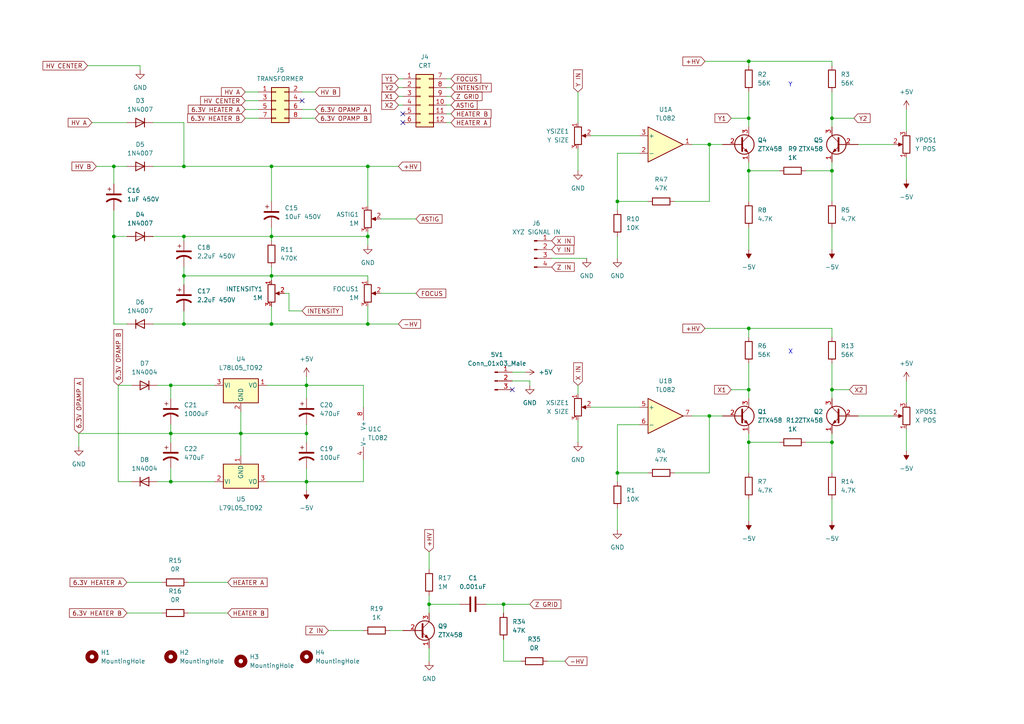
<source format=kicad_sch>
(kicad_sch (version 20211123) (generator eeschema)
  (paper "A4")
  (lib_symbols
    (symbol "Amplifier_Operational:TL082" (pin_names (offset 0.127))
      (property "Reference" "U" (at 0 5.08 0))
      (property "Value" "TL082" (at 0 -5.08 0))
      (symbol "TL082_1_1"
        (polyline (pts (xy -5.08 5.08) (xy 5.08 0) (xy -5.08 -5.08) (xy -5.08 5.08)) (stroke (width 0.254)) (fill (type background)))
        (pin output line (at 7.62 0 180) (length 2.54) (name "~") (number "1"))
        (pin input line (at -7.62 -2.54 0) (length 2.54) (name "-") (number "2"))
        (pin input line (at -7.62 2.54 0) (length 2.54) (name "+") (number "3"))
      )
      (symbol "TL082_2_1"
        (polyline (pts (xy -5.08 5.08) (xy 5.08 0) (xy -5.08 -5.08) (xy -5.08 5.08)) (stroke (width 0.254)) (fill (type background)))
        (pin input line (at -7.62 2.54 0) (length 2.54) (name "+") (number "5"))
        (pin input line (at -7.62 -2.54 0) (length 2.54) (name "-") (number "6"))
        (pin output line (at 7.62 0 180) (length 2.54) (name "~") (number "7"))
      )
      (symbol "TL082_3_1"
        (pin power_in line (at -2.54 -7.62 90) (length 3.81) (name "V-") (number "4"))
        (pin power_in line (at -2.54 7.62 270) (length 3.81) (name "V+") (number "8"))
      )
    )
    (symbol "Connector:Conn_01x03_Male" (pin_names (offset 1.016) hide)
      (property "Reference" "J" (at 0 5.08 0))
      (property "Value" "Conn_01x03_Male" (at 0 -5.08 0))
      (symbol "Conn_01x03_Male_1_1"
        (polyline (pts (xy 1.27 -2.54) (xy 0.8636 -2.54)) (stroke (width 0.1524)))
        (polyline (pts (xy 1.27 0) (xy 0.8636 0)) (stroke (width 0.1524)))
        (polyline (pts (xy 1.27 2.54) (xy 0.8636 2.54)) (stroke (width 0.1524)))
        (rectangle (start 0.8636 -2.413) (end 0 -2.667) (stroke (width 0.1524)) (fill (type outline)))
        (rectangle (start 0.8636 0.127) (end 0 -0.127) (stroke (width 0.1524)) (fill (type outline)))
        (rectangle (start 0.8636 2.667) (end 0 2.413) (stroke (width 0.1524)) (fill (type outline)))
        (pin passive line (at 5.08 2.54 180) (length 3.81) (name "Pin_1") (number "1"))
        (pin passive line (at 5.08 0 180) (length 3.81) (name "Pin_2") (number "2"))
        (pin passive line (at 5.08 -2.54 180) (length 3.81) (name "Pin_3") (number "3"))
      )
    )
    (symbol "Connector:Conn_01x04_Male" (pin_names (offset 1.016) hide)
      (property "Reference" "J" (at 0 5.08 0))
      (property "Value" "Conn_01x04_Male" (at 0 -7.62 0))
      (symbol "Conn_01x04_Male_1_1"
        (polyline (pts (xy 1.27 -5.08) (xy 0.8636 -5.08)) (stroke (width 0.1524)))
        (polyline (pts (xy 1.27 -2.54) (xy 0.8636 -2.54)) (stroke (width 0.1524)))
        (polyline (pts (xy 1.27 0) (xy 0.8636 0)) (stroke (width 0.1524)))
        (polyline (pts (xy 1.27 2.54) (xy 0.8636 2.54)) (stroke (width 0.1524)))
        (rectangle (start 0.8636 -4.953) (end 0 -5.207) (stroke (width 0.1524)) (fill (type outline)))
        (rectangle (start 0.8636 -2.413) (end 0 -2.667) (stroke (width 0.1524)) (fill (type outline)))
        (rectangle (start 0.8636 0.127) (end 0 -0.127) (stroke (width 0.1524)) (fill (type outline)))
        (rectangle (start 0.8636 2.667) (end 0 2.413) (stroke (width 0.1524)) (fill (type outline)))
        (pin passive line (at 5.08 2.54 180) (length 3.81) (name "Pin_1") (number "1"))
        (pin passive line (at 5.08 0 180) (length 3.81) (name "Pin_2") (number "2"))
        (pin passive line (at 5.08 -2.54 180) (length 3.81) (name "Pin_3") (number "3"))
        (pin passive line (at 5.08 -5.08 180) (length 3.81) (name "Pin_4") (number "4"))
      )
    )
    (symbol "Connector_Generic:Conn_02x04_Odd_Even" (pin_names (offset 1.016) hide)
      (property "Reference" "J" (at 1.27 5.08 0))
      (property "Value" "Conn_02x04_Odd_Even" (at 1.27 -7.62 0))
      (symbol "Conn_02x04_Odd_Even_1_1"
        (rectangle (start -1.27 -4.953) (end 0 -5.207) (stroke (width 0.1524)))
        (rectangle (start -1.27 -2.413) (end 0 -2.667) (stroke (width 0.1524)))
        (rectangle (start -1.27 0.127) (end 0 -0.127) (stroke (width 0.1524)))
        (rectangle (start -1.27 2.667) (end 0 2.413) (stroke (width 0.1524)))
        (rectangle (start -1.27 3.81) (end 3.81 -6.35) (stroke (width 0.254)) (fill (type background)))
        (rectangle (start 3.81 -4.953) (end 2.54 -5.207) (stroke (width 0.1524)))
        (rectangle (start 3.81 -2.413) (end 2.54 -2.667) (stroke (width 0.1524)))
        (rectangle (start 3.81 0.127) (end 2.54 -0.127) (stroke (width 0.1524)))
        (rectangle (start 3.81 2.667) (end 2.54 2.413) (stroke (width 0.1524)))
        (pin passive line (at -5.08 2.54 0) (length 3.81) (name "Pin_1") (number "1"))
        (pin passive line (at 7.62 2.54 180) (length 3.81) (name "Pin_2") (number "2"))
        (pin passive line (at -5.08 0 0) (length 3.81) (name "Pin_3") (number "3"))
        (pin passive line (at 7.62 0 180) (length 3.81) (name "Pin_4") (number "4"))
        (pin passive line (at -5.08 -2.54 0) (length 3.81) (name "Pin_5") (number "5"))
        (pin passive line (at 7.62 -2.54 180) (length 3.81) (name "Pin_6") (number "6"))
        (pin passive line (at -5.08 -5.08 0) (length 3.81) (name "Pin_7") (number "7"))
        (pin passive line (at 7.62 -5.08 180) (length 3.81) (name "Pin_8") (number "8"))
      )
    )
    (symbol "Connector_Generic:Conn_02x06_Top_Bottom" (pin_names (offset 1.016) hide)
      (property "Reference" "J" (at 1.27 7.62 0))
      (property "Value" "Conn_02x06_Top_Bottom" (at 1.27 -10.16 0))
      (symbol "Conn_02x06_Top_Bottom_1_1"
        (rectangle (start -1.27 -7.493) (end 0 -7.747) (stroke (width 0.1524)))
        (rectangle (start -1.27 -4.953) (end 0 -5.207) (stroke (width 0.1524)))
        (rectangle (start -1.27 -2.413) (end 0 -2.667) (stroke (width 0.1524)))
        (rectangle (start -1.27 0.127) (end 0 -0.127) (stroke (width 0.1524)))
        (rectangle (start -1.27 2.667) (end 0 2.413) (stroke (width 0.1524)))
        (rectangle (start -1.27 5.207) (end 0 4.953) (stroke (width 0.1524)))
        (rectangle (start -1.27 6.35) (end 3.81 -8.89) (stroke (width 0.254)) (fill (type background)))
        (rectangle (start 3.81 -7.493) (end 2.54 -7.747) (stroke (width 0.1524)))
        (rectangle (start 3.81 -4.953) (end 2.54 -5.207) (stroke (width 0.1524)))
        (rectangle (start 3.81 -2.413) (end 2.54 -2.667) (stroke (width 0.1524)))
        (rectangle (start 3.81 0.127) (end 2.54 -0.127) (stroke (width 0.1524)))
        (rectangle (start 3.81 2.667) (end 2.54 2.413) (stroke (width 0.1524)))
        (rectangle (start 3.81 5.207) (end 2.54 4.953) (stroke (width 0.1524)))
        (pin passive line (at -5.08 5.08 0) (length 3.81) (name "Pin_1") (number "1"))
        (pin passive line (at 7.62 -2.54 180) (length 3.81) (name "Pin_10") (number "10"))
        (pin passive line (at 7.62 -5.08 180) (length 3.81) (name "Pin_11") (number "11"))
        (pin passive line (at 7.62 -7.62 180) (length 3.81) (name "Pin_12") (number "12"))
        (pin passive line (at -5.08 2.54 0) (length 3.81) (name "Pin_2") (number "2"))
        (pin passive line (at -5.08 0 0) (length 3.81) (name "Pin_3") (number "3"))
        (pin passive line (at -5.08 -2.54 0) (length 3.81) (name "Pin_4") (number "4"))
        (pin passive line (at -5.08 -5.08 0) (length 3.81) (name "Pin_5") (number "5"))
        (pin passive line (at -5.08 -7.62 0) (length 3.81) (name "Pin_6") (number "6"))
        (pin passive line (at 7.62 5.08 180) (length 3.81) (name "Pin_7") (number "7"))
        (pin passive line (at 7.62 2.54 180) (length 3.81) (name "Pin_8") (number "8"))
        (pin passive line (at 7.62 0 180) (length 3.81) (name "Pin_9") (number "9"))
      )
    )
    (symbol "Device:C" (pin_numbers hide) (pin_names (offset 0.254))
      (property "Reference" "C" (at 0.635 2.54 0))
      (property "Value" "C" (at 0.635 -2.54 0))
      (symbol "C_0_1"
        (polyline (pts (xy -2.032 -0.762) (xy 2.032 -0.762)) (stroke (width 0.508)))
        (polyline (pts (xy -2.032 0.762) (xy 2.032 0.762)) (stroke (width 0.508)))
      )
      (symbol "C_1_1"
        (pin passive line (at 0 3.81 270) (length 2.794) (name "~") (number "1"))
        (pin passive line (at 0 -3.81 90) (length 2.794) (name "~") (number "2"))
      )
    )
    (symbol "Device:C_Polarized_US" (pin_numbers hide) (pin_names (offset 0.254) hide)
      (property "Reference" "C" (at 0.635 2.54 0))
      (property "Value" "C_Polarized_US" (at 0.635 -2.54 0))
      (symbol "C_Polarized_US_0_1"
        (polyline (pts (xy -2.032 0.762) (xy 2.032 0.762)) (stroke (width 0.508)))
        (polyline (pts (xy -1.778 2.286) (xy -0.762 2.286)))
        (polyline (pts (xy -1.27 1.778) (xy -1.27 2.794)))
        (arc (start 2.032 -1.27) (mid 0 -0.5572) (end -2.032 -1.27) (stroke (width 0.508)))
      )
      (symbol "C_Polarized_US_1_1"
        (pin passive line (at 0 3.81 270) (length 2.794) (name "~") (number "1"))
        (pin passive line (at 0 -3.81 90) (length 3.302) (name "~") (number "2"))
      )
    )
    (symbol "Device:R" (pin_numbers hide) (pin_names (offset 0))
      (property "Reference" "R" (at 2.032 0 90))
      (property "Value" "R" (at 0 0 90))
      (symbol "R_0_1"
        (rectangle (start -1.016 -2.54) (end 1.016 2.54) (stroke (width 0.254)))
      )
      (symbol "R_1_1"
        (pin passive line (at 0 3.81 270) (length 1.27) (name "~") (number "1"))
        (pin passive line (at 0 -3.81 90) (length 1.27) (name "~") (number "2"))
      )
    )
    (symbol "Device:R_Potentiometer" (pin_names (offset 1.016) hide)
      (property "Reference" "RV" (at -4.445 0 90))
      (property "Value" "R_Potentiometer" (at -2.54 0 90))
      (symbol "R_Potentiometer_0_1"
        (polyline (pts (xy 2.54 0) (xy 1.524 0)))
        (polyline (pts (xy 1.143 0) (xy 2.286 0.508) (xy 2.286 -0.508) (xy 1.143 0)) (fill (type outline)))
        (rectangle (start 1.016 2.54) (end -1.016 -2.54) (stroke (width 0.254)))
      )
      (symbol "R_Potentiometer_1_1"
        (pin passive line (at 0 3.81 270) (length 1.27) (name "1") (number "1"))
        (pin passive line (at 3.81 0 180) (length 1.27) (name "2") (number "2"))
        (pin passive line (at 0 -3.81 90) (length 1.27) (name "3") (number "3"))
      )
    )
    (symbol "Diode:1N4004" (pin_numbers hide) (pin_names hide)
      (property "Reference" "D" (at 0 2.54 0))
      (property "Value" "1N4004" (at 0 -2.54 0))
      (symbol "1N4004_0_1"
        (polyline (pts (xy -1.27 1.27) (xy -1.27 -1.27)) (stroke (width 0.254)))
        (polyline (pts (xy 1.27 0) (xy -1.27 0)))
        (polyline (pts (xy 1.27 1.27) (xy 1.27 -1.27) (xy -1.27 0) (xy 1.27 1.27)) (stroke (width 0.254)))
      )
      (symbol "1N4004_1_1"
        (pin passive line (at -3.81 0 0) (length 2.54) (name "K") (number "1"))
        (pin passive line (at 3.81 0 180) (length 2.54) (name "A") (number "2"))
      )
    )
    (symbol "Diode:1N4007" (pin_numbers hide) (pin_names hide)
      (property "Reference" "D" (at 0 2.54 0))
      (property "Value" "1N4007" (at 0 -2.54 0))
      (symbol "1N4007_0_1"
        (polyline (pts (xy -1.27 1.27) (xy -1.27 -1.27)) (stroke (width 0.254)))
        (polyline (pts (xy 1.27 0) (xy -1.27 0)))
        (polyline (pts (xy 1.27 1.27) (xy 1.27 -1.27) (xy -1.27 0) (xy 1.27 1.27)) (stroke (width 0.254)))
      )
      (symbol "1N4007_1_1"
        (pin passive line (at -3.81 0 0) (length 2.54) (name "K") (number "1"))
        (pin passive line (at 3.81 0 180) (length 2.54) (name "A") (number "2"))
      )
    )
    (symbol "Mechanical:MountingHole" (pin_names (offset 1.016))
      (property "Reference" "H" (at 0 5.08 0))
      (property "Value" "MountingHole" (at 0 3.175 0))
      (symbol "MountingHole_0_1"
        (circle (center 0 0) (radius 1.27) (stroke (width 1.27)))
      )
    )
    (symbol "Regulator_Linear:L78L05_TO92" (pin_names (offset 0.254))
      (property "Reference" "U" (at -3.81 3.175 0))
      (property "Value" "L78L05_TO92" (at 0 3.175 0))
      (symbol "L78L05_TO92_0_1"
        (rectangle (start -5.08 -5.08) (end 5.08 1.905) (stroke (width 0.254)) (fill (type background)))
      )
      (symbol "L78L05_TO92_1_1"
        (pin power_out line (at 7.62 0 180) (length 2.54) (name "VO") (number "1"))
        (pin power_in line (at 0 -7.62 90) (length 2.54) (name "GND") (number "2"))
        (pin power_in line (at -7.62 0 0) (length 2.54) (name "VI") (number "3"))
      )
    )
    (symbol "Regulator_Linear:L79L05_TO92" (pin_names (offset 0.254))
      (property "Reference" "U" (at -3.81 -3.175 0))
      (property "Value" "L79L05_TO92" (at 0 -3.175 0))
      (symbol "L79L05_TO92_0_1"
        (rectangle (start -5.08 5.08) (end 5.08 -1.905) (stroke (width 0.254)) (fill (type background)))
      )
      (symbol "L79L05_TO92_1_1"
        (pin power_in line (at 0 7.62 270) (length 2.54) (name "GND") (number "1"))
        (pin power_in line (at -7.62 0 0) (length 2.54) (name "VI") (number "2"))
        (pin power_out line (at 7.62 0 180) (length 2.54) (name "VO") (number "3"))
      )
    )
    (symbol "Transistor_BJT:2N3904" (pin_names (offset 0) hide)
      (property "Reference" "Q" (at 5.08 1.905 0))
      (property "Value" "2N3904" (at 5.08 0 0))
      (symbol "2N3904_0_1"
        (polyline (pts (xy 0.635 0.635) (xy 2.54 2.54)))
        (polyline (pts (xy 0.635 -0.635) (xy 2.54 -2.54) (xy 2.54 -2.54)))
        (polyline (pts (xy 0.635 1.905) (xy 0.635 -1.905) (xy 0.635 -1.905)) (stroke (width 0.508)))
        (polyline (pts (xy 1.27 -1.778) (xy 1.778 -1.27) (xy 2.286 -2.286) (xy 1.27 -1.778) (xy 1.27 -1.778)) (fill (type outline)))
        (circle (center 1.27 0) (radius 2.8194) (stroke (width 0.254)))
      )
      (symbol "2N3904_1_1"
        (pin passive line (at 2.54 -5.08 90) (length 2.54) (name "E") (number "1"))
        (pin passive line (at -5.08 0 0) (length 5.715) (name "B") (number "2"))
        (pin passive line (at 2.54 5.08 270) (length 2.54) (name "C") (number "3"))
      )
    )
    (symbol "power:+5V" (power) (pin_names (offset 0))
      (property "Value" "+5V" (at 0 3.556 0))
      (symbol "+5V_0_1"
        (polyline (pts (xy -0.762 1.27) (xy 0 2.54)))
        (polyline (pts (xy 0 0) (xy 0 2.54)))
        (polyline (pts (xy 0 2.54) (xy 0.762 1.27)))
      )
      (symbol "+5V_1_1"
        (pin power_in line (at 0 0 90) (length 0) hide (name "+5V") (number "1"))
      )
    )
    (symbol "power:-5V" (power) (pin_names (offset 0))
      (property "Value" "-5V" (at 0 3.81 0))
      (symbol "-5V_0_0"
        (pin power_in line (at 0 0 90) (length 0) hide (name "-5V") (number "1"))
      )
      (symbol "-5V_0_1"
        (polyline (pts (xy 0 0) (xy 0 1.27) (xy 0.762 1.27) (xy 0 2.54) (xy -0.762 1.27) (xy 0 1.27)) (fill (type outline)))
      )
    )
    (symbol "power:GND" (power) (pin_names (offset 0))
      (property "Value" "GND" (at 0 -3.81 0))
      (symbol "GND_0_1"
        (polyline (pts (xy 0 0) (xy 0 -1.27) (xy 1.27 -1.27) (xy 0 -2.54) (xy -1.27 -1.27) (xy 0 -1.27)))
      )
      (symbol "GND_1_1"
        (pin power_in line (at 0 0 270) (length 0) hide (name "GND") (number "1"))
      )
    )
  )
  (junction (at 217.17 17.78))
  (junction (at 179.07 58.42))
  (junction (at 106.68 48.26))
  (junction (at 217.17 128.27))
  (junction (at 53.34 93.98))
  (junction (at 49.53 139.7))
  (junction (at 217.17 34.29))
  (junction (at 241.3 113.03))
  (junction (at 49.53 125.73))
  (junction (at 33.02 48.26))
  (junction (at 241.3 49.53))
  (junction (at 205.74 120.65))
  (junction (at 217.17 49.53))
  (junction (at 78.74 48.26))
  (junction (at 106.68 68.58))
  (junction (at 179.07 137.16))
  (junction (at 217.17 95.25))
  (junction (at 88.9 125.73))
  (junction (at 53.34 80.01))
  (junction (at 124.46 175.26))
  (junction (at 205.74 41.91))
  (junction (at 88.9 111.76))
  (junction (at 53.34 48.26))
  (junction (at 33.02 68.58))
  (junction (at 106.68 93.98))
  (junction (at 78.74 80.01))
  (junction (at 217.17 113.03))
  (junction (at 241.3 128.27))
  (junction (at 241.3 34.29))
  (junction (at 146.05 175.26))
  (junction (at 49.53 111.76))
  (junction (at 53.34 68.58))
  (junction (at 78.74 68.58))
  (junction (at 78.74 93.98))
  (junction (at 88.9 139.7))
  (junction (at 69.85 125.73))
  (no_connect (at 116.84 35.56))
  (no_connect (at 87.63 29.21))
  (no_connect (at 116.84 33.02))
  (no_connect (at 148.59 113.03))
  (wire (pts (xy 88.9 123.19) (xy 88.9 125.73)))
  (wire (pts (xy 195.58 137.16) (xy 205.74 137.16)))
  (wire (pts (xy 49.53 139.7) (xy 49.53 135.89)))
  (wire (pts (xy 115.57 27.94) (xy 116.84 27.94)))
  (wire (pts (xy 69.85 125.73) (xy 88.9 125.73)))
  (wire (pts (xy 185.42 123.19) (xy 179.07 123.19)))
  (wire (pts (xy 179.07 44.45) (xy 179.07 58.42)))
  (wire (pts (xy 83.82 90.17) (xy 87.63 90.17)))
  (wire (pts (xy 54.61 177.8) (xy 66.04 177.8)))
  (wire (pts (xy 129.54 25.4) (xy 130.81 25.4)))
  (wire (pts (xy 78.74 68.58) (xy 78.74 69.85)))
  (wire (pts (xy 106.68 93.98) (xy 78.74 93.98)))
  (wire (pts (xy 78.74 93.98) (xy 53.34 93.98)))
  (wire (pts (xy 241.3 113.03) (xy 246.38 113.03)))
  (wire (pts (xy 195.58 58.42) (xy 205.74 58.42)))
  (wire (pts (xy 179.07 137.16) (xy 187.96 137.16)))
  (wire (pts (xy 148.59 107.95) (xy 152.4 107.95)))
  (wire (pts (xy 212.09 113.03) (xy 217.17 113.03)))
  (wire (pts (xy 217.17 113.03) (xy 217.17 115.57)))
  (wire (pts (xy 44.45 68.58) (xy 53.34 68.58)))
  (wire (pts (xy 179.07 68.58) (xy 179.07 74.93)))
  (wire (pts (xy 200.66 120.65) (xy 205.74 120.65)))
  (wire (pts (xy 44.45 35.56) (xy 53.34 35.56)))
  (wire (pts (xy 205.74 120.65) (xy 209.55 120.65)))
  (wire (pts (xy 124.46 160.02) (xy 124.46 165.1)))
  (wire (pts (xy 129.54 30.48) (xy 130.81 30.48)))
  (wire (pts (xy 241.3 66.04) (xy 241.3 72.39)))
  (wire (pts (xy 106.68 68.58) (xy 78.74 68.58)))
  (wire (pts (xy 34.29 111.76) (xy 38.1 111.76)))
  (wire (pts (xy 217.17 49.53) (xy 226.06 49.53)))
  (wire (pts (xy 36.83 177.8) (xy 46.99 177.8)))
  (wire (pts (xy 241.3 105.41) (xy 241.3 113.03)))
  (wire (pts (xy 153.67 110.49) (xy 153.67 111.76)))
  (wire (pts (xy 151.13 191.77) (xy 146.05 191.77)))
  (wire (pts (xy 241.3 125.73) (xy 241.3 128.27)))
  (wire (pts (xy 140.97 175.26) (xy 146.05 175.26)))
  (wire (pts (xy 124.46 175.26) (xy 133.35 175.26)))
  (wire (pts (xy 148.59 110.49) (xy 153.67 110.49)))
  (wire (pts (xy 217.17 49.53) (xy 217.17 58.42)))
  (wire (pts (xy 71.12 29.21) (xy 74.93 29.21)))
  (wire (pts (xy 106.68 48.26) (xy 106.68 59.69)))
  (wire (pts (xy 45.72 139.7) (xy 49.53 139.7)))
  (wire (pts (xy 105.41 139.7) (xy 105.41 133.35)))
  (wire (pts (xy 95.25 182.88) (xy 105.41 182.88)))
  (wire (pts (xy 33.02 93.98) (xy 33.02 68.58)))
  (wire (pts (xy 87.63 26.67) (xy 91.44 26.67)))
  (wire (pts (xy 262.89 124.46) (xy 262.89 130.81)))
  (wire (pts (xy 167.64 43.18) (xy 167.64 49.53)))
  (wire (pts (xy 110.49 63.5) (xy 120.65 63.5)))
  (wire (pts (xy 27.94 48.26) (xy 33.02 48.26)))
  (wire (pts (xy 78.74 48.26) (xy 78.74 58.42)))
  (wire (pts (xy 217.17 144.78) (xy 217.17 151.13)))
  (wire (pts (xy 62.23 111.76) (xy 49.53 111.76)))
  (wire (pts (xy 124.46 187.96) (xy 124.46 191.77)))
  (wire (pts (xy 71.12 26.67) (xy 74.93 26.67)))
  (wire (pts (xy 45.72 111.76) (xy 49.53 111.76)))
  (wire (pts (xy 241.3 26.67) (xy 241.3 34.29)))
  (wire (pts (xy 217.17 128.27) (xy 217.17 137.16)))
  (wire (pts (xy 78.74 80.01) (xy 106.68 80.01)))
  (wire (pts (xy 115.57 30.48) (xy 116.84 30.48)))
  (wire (pts (xy 88.9 111.76) (xy 88.9 115.57)))
  (wire (pts (xy 106.68 88.9) (xy 106.68 93.98)))
  (wire (pts (xy 158.75 191.77) (xy 163.83 191.77)))
  (wire (pts (xy 217.17 26.67) (xy 217.17 34.29)))
  (wire (pts (xy 53.34 48.26) (xy 78.74 48.26)))
  (wire (pts (xy 69.85 125.73) (xy 69.85 132.08)))
  (wire (pts (xy 171.45 39.37) (xy 185.42 39.37)))
  (wire (pts (xy 262.89 110.49) (xy 262.89 116.84)))
  (wire (pts (xy 262.89 31.75) (xy 262.89 38.1)))
  (wire (pts (xy 33.02 68.58) (xy 36.83 68.58)))
  (wire (pts (xy 40.64 19.05) (xy 40.64 20.32)))
  (wire (pts (xy 129.54 22.86) (xy 130.81 22.86)))
  (wire (pts (xy 248.92 120.65) (xy 259.08 120.65)))
  (wire (pts (xy 167.64 26.67) (xy 167.64 35.56)))
  (wire (pts (xy 217.17 128.27) (xy 226.06 128.27)))
  (wire (pts (xy 53.34 68.58) (xy 53.34 69.85)))
  (wire (pts (xy 248.92 41.91) (xy 259.08 41.91)))
  (wire (pts (xy 38.1 139.7) (xy 34.29 139.7)))
  (wire (pts (xy 205.74 58.42) (xy 205.74 41.91)))
  (wire (pts (xy 115.57 25.4) (xy 116.84 25.4)))
  (wire (pts (xy 241.3 95.25) (xy 241.3 97.79)))
  (wire (pts (xy 88.9 139.7) (xy 88.9 135.89)))
  (wire (pts (xy 106.68 93.98) (xy 115.57 93.98)))
  (wire (pts (xy 106.68 68.58) (xy 106.68 71.12)))
  (wire (pts (xy 167.64 121.92) (xy 167.64 128.27)))
  (wire (pts (xy 241.3 128.27) (xy 241.3 137.16)))
  (wire (pts (xy 146.05 175.26) (xy 146.05 177.8)))
  (wire (pts (xy 71.12 34.29) (xy 74.93 34.29)))
  (wire (pts (xy 53.34 68.58) (xy 78.74 68.58)))
  (wire (pts (xy 217.17 17.78) (xy 217.17 19.05)))
  (wire (pts (xy 185.42 44.45) (xy 179.07 44.45)))
  (wire (pts (xy 171.45 118.11) (xy 185.42 118.11)))
  (wire (pts (xy 82.55 85.09) (xy 83.82 85.09)))
  (wire (pts (xy 241.3 144.78) (xy 241.3 151.13)))
  (wire (pts (xy 217.17 105.41) (xy 217.17 113.03)))
  (wire (pts (xy 54.61 168.91) (xy 66.04 168.91)))
  (wire (pts (xy 88.9 139.7) (xy 105.41 139.7)))
  (wire (pts (xy 87.63 31.75) (xy 91.44 31.75)))
  (wire (pts (xy 241.3 34.29) (xy 247.65 34.29)))
  (wire (pts (xy 25.4 19.05) (xy 40.64 19.05)))
  (wire (pts (xy 69.85 119.38) (xy 69.85 125.73)))
  (wire (pts (xy 167.64 111.76) (xy 167.64 114.3)))
  (wire (pts (xy 241.3 46.99) (xy 241.3 49.53)))
  (wire (pts (xy 78.74 80.01) (xy 78.74 81.28)))
  (wire (pts (xy 49.53 123.19) (xy 49.53 125.73)))
  (wire (pts (xy 217.17 34.29) (xy 217.17 36.83)))
  (wire (pts (xy 78.74 88.9) (xy 78.74 93.98)))
  (wire (pts (xy 217.17 17.78) (xy 241.3 17.78)))
  (wire (pts (xy 105.41 111.76) (xy 105.41 118.11)))
  (wire (pts (xy 88.9 111.76) (xy 105.41 111.76)))
  (wire (pts (xy 22.86 125.73) (xy 22.86 129.54)))
  (wire (pts (xy 217.17 95.25) (xy 217.17 97.79)))
  (wire (pts (xy 179.07 147.32) (xy 179.07 153.67)))
  (wire (pts (xy 204.47 17.78) (xy 217.17 17.78)))
  (wire (pts (xy 129.54 33.02) (xy 130.81 33.02)))
  (wire (pts (xy 129.54 35.56) (xy 130.81 35.56)))
  (wire (pts (xy 78.74 77.47) (xy 78.74 80.01)))
  (wire (pts (xy 49.53 125.73) (xy 49.53 128.27)))
  (wire (pts (xy 241.3 17.78) (xy 241.3 19.05)))
  (wire (pts (xy 110.49 85.09) (xy 120.65 85.09)))
  (wire (pts (xy 53.34 35.56) (xy 53.34 48.26)))
  (wire (pts (xy 53.34 80.01) (xy 78.74 80.01)))
  (wire (pts (xy 106.68 48.26) (xy 115.57 48.26)))
  (wire (pts (xy 88.9 125.73) (xy 88.9 128.27)))
  (wire (pts (xy 26.67 35.56) (xy 36.83 35.56)))
  (wire (pts (xy 241.3 34.29) (xy 241.3 36.83)))
  (wire (pts (xy 212.09 34.29) (xy 217.17 34.29)))
  (wire (pts (xy 233.68 49.53) (xy 241.3 49.53)))
  (wire (pts (xy 179.07 123.19) (xy 179.07 137.16)))
  (wire (pts (xy 62.23 139.7) (xy 49.53 139.7)))
  (wire (pts (xy 33.02 68.58) (xy 33.02 60.96)))
  (wire (pts (xy 204.47 95.25) (xy 217.17 95.25)))
  (wire (pts (xy 106.68 67.31) (xy 106.68 68.58)))
  (wire (pts (xy 179.07 137.16) (xy 179.07 139.7)))
  (wire (pts (xy 205.74 41.91) (xy 209.55 41.91)))
  (wire (pts (xy 200.66 41.91) (xy 205.74 41.91)))
  (wire (pts (xy 78.74 66.04) (xy 78.74 68.58)))
  (wire (pts (xy 53.34 90.17) (xy 53.34 93.98)))
  (wire (pts (xy 77.47 139.7) (xy 88.9 139.7)))
  (wire (pts (xy 115.57 22.86) (xy 116.84 22.86)))
  (wire (pts (xy 179.07 58.42) (xy 187.96 58.42)))
  (wire (pts (xy 87.63 34.29) (xy 91.44 34.29)))
  (wire (pts (xy 262.89 45.72) (xy 262.89 52.07)))
  (wire (pts (xy 146.05 191.77) (xy 146.05 185.42)))
  (wire (pts (xy 205.74 137.16) (xy 205.74 120.65)))
  (wire (pts (xy 217.17 95.25) (xy 241.3 95.25)))
  (wire (pts (xy 44.45 48.26) (xy 53.34 48.26)))
  (wire (pts (xy 146.05 175.26) (xy 153.67 175.26)))
  (wire (pts (xy 233.68 128.27) (xy 241.3 128.27)))
  (wire (pts (xy 88.9 109.22) (xy 88.9 111.76)))
  (wire (pts (xy 71.12 31.75) (xy 74.93 31.75)))
  (wire (pts (xy 88.9 139.7) (xy 88.9 142.24)))
  (wire (pts (xy 36.83 93.98) (xy 33.02 93.98)))
  (wire (pts (xy 217.17 66.04) (xy 217.17 72.39)))
  (wire (pts (xy 217.17 125.73) (xy 217.17 128.27)))
  (wire (pts (xy 113.03 182.88) (xy 116.84 182.88)))
  (wire (pts (xy 36.83 168.91) (xy 46.99 168.91)))
  (wire (pts (xy 83.82 85.09) (xy 83.82 90.17)))
  (wire (pts (xy 33.02 48.26) (xy 33.02 53.34)))
  (wire (pts (xy 124.46 175.26) (xy 124.46 177.8)))
  (wire (pts (xy 78.74 48.26) (xy 106.68 48.26)))
  (wire (pts (xy 160.02 74.93) (xy 170.18 74.93)))
  (wire (pts (xy 53.34 77.47) (xy 53.34 80.01)))
  (wire (pts (xy 49.53 111.76) (xy 49.53 115.57)))
  (wire (pts (xy 36.83 48.26) (xy 33.02 48.26)))
  (wire (pts (xy 77.47 111.76) (xy 88.9 111.76)))
  (wire (pts (xy 22.86 125.73) (xy 49.53 125.73)))
  (wire (pts (xy 34.29 139.7) (xy 34.29 111.76)))
  (wire (pts (xy 217.17 46.99) (xy 217.17 49.53)))
  (wire (pts (xy 53.34 93.98) (xy 44.45 93.98)))
  (wire (pts (xy 49.53 125.73) (xy 69.85 125.73)))
  (wire (pts (xy 241.3 49.53) (xy 241.3 58.42)))
  (wire (pts (xy 129.54 27.94) (xy 130.81 27.94)))
  (wire (pts (xy 53.34 80.01) (xy 53.34 82.55)))
  (wire (pts (xy 106.68 81.28) (xy 106.68 80.01)))
  (wire (pts (xy 124.46 172.72) (xy 124.46 175.26)))
  (wire (pts (xy 179.07 58.42) (xy 179.07 60.96)))
  (wire (pts (xy 241.3 113.03) (xy 241.3 115.57)))
  (text "Y" (at 228.6 25.4 0) (effects (font (size 1.27 1.27)) (justify left bottom)))
  (text "X" (at 228.6 102.87 0) (effects (font (size 1.27 1.27)) (justify left bottom)))
  (global_label "Z GRID" (shape input) (at 130.81 27.94 0) (property "Intersheet References" "${INTERSHEET_REFS}" (effects hide)))
  (global_label "+HV" (shape input) (at 115.57 48.26 0) (property "Intersheet References" "${INTERSHEET_REFS}" (effects hide)))
  (global_label "Y2" (shape input) (at 115.57 25.4 180) (property "Intersheet References" "${INTERSHEET_REFS}" (effects hide)))
  (global_label "HEATER A" (shape input) (at 130.81 35.56 0) (property "Intersheet References" "${INTERSHEET_REFS}" (effects hide)))
  (global_label "HV A" (shape input) (at 71.12 26.67 180) (property "Intersheet References" "${INTERSHEET_REFS}" (effects hide)))
  (global_label "HEATER B" (shape input) (at 66.04 177.8 0) (property "Intersheet References" "${INTERSHEET_REFS}" (effects hide)))
  (global_label "HEATER B" (shape input) (at 130.81 33.02 0) (property "Intersheet References" "${INTERSHEET_REFS}" (effects hide)))
  (global_label "HV B" (shape input) (at 91.44 26.67 0) (property "Intersheet References" "${INTERSHEET_REFS}" (effects hide)))
  (global_label "Y2" (shape input) (at 247.65 34.29 0) (property "Intersheet References" "${INTERSHEET_REFS}" (effects hide)))
  (global_label "+HV" (shape input) (at 124.46 160.02 90) (property "Intersheet References" "${INTERSHEET_REFS}" (effects hide)))
  (global_label "6.3V HEATER A" (shape input) (at 71.12 31.75 180) (property "Intersheet References" "${INTERSHEET_REFS}" (effects hide)))
  (global_label "Y1" (shape input) (at 212.09 34.29 180) (property "Intersheet References" "${INTERSHEET_REFS}" (effects hide)))
  (global_label "+HV" (shape input) (at 204.47 95.25 180) (property "Intersheet References" "${INTERSHEET_REFS}" (effects hide)))
  (global_label "6.3V HEATER B" (shape input) (at 71.12 34.29 180) (property "Intersheet References" "${INTERSHEET_REFS}" (effects hide)))
  (global_label "FOCUS" (shape input) (at 120.65 85.09 0) (property "Intersheet References" "${INTERSHEET_REFS}" (effects hide)))
  (global_label "HV CENTER" (shape input) (at 25.4 19.05 180) (property "Intersheet References" "${INTERSHEET_REFS}" (effects hide)))
  (global_label "6.3V OPAMP B" (shape input) (at 34.29 111.76 90) (property "Intersheet References" "${INTERSHEET_REFS}" (effects hide)))
  (global_label "6.3V HEATER B" (shape input) (at 36.83 177.8 180) (property "Intersheet References" "${INTERSHEET_REFS}" (effects hide)))
  (global_label "HV CENTER" (shape input) (at 71.12 29.21 180) (property "Intersheet References" "${INTERSHEET_REFS}" (effects hide)))
  (global_label "-HV" (shape input) (at 163.83 191.77 0) (property "Intersheet References" "${INTERSHEET_REFS}" (effects hide)))
  (global_label "ASTIG" (shape input) (at 130.81 30.48 0) (property "Intersheet References" "${INTERSHEET_REFS}" (effects hide)))
  (global_label "HV B" (shape input) (at 27.94 48.26 180) (property "Intersheet References" "${INTERSHEET_REFS}" (effects hide)))
  (global_label "Z IN" (shape input) (at 95.25 182.88 180) (property "Intersheet References" "${INTERSHEET_REFS}" (effects hide)))
  (global_label "X1" (shape input) (at 115.57 27.94 180) (property "Intersheet References" "${INTERSHEET_REFS}" (effects hide)))
  (global_label "INTENSITY" (shape input) (at 130.81 25.4 0) (property "Intersheet References" "${INTERSHEET_REFS}" (effects hide)))
  (global_label "6.3V OPAMP A" (shape input) (at 91.44 31.75 0) (property "Intersheet References" "${INTERSHEET_REFS}" (effects hide)))
  (global_label "X1" (shape input) (at 212.09 113.03 180) (property "Intersheet References" "${INTERSHEET_REFS}" (effects hide)))
  (global_label "Y IN" (shape input) (at 167.64 26.67 90) (property "Intersheet References" "${INTERSHEET_REFS}" (effects hide)))
  (global_label "-HV" (shape input) (at 115.57 93.98 0) (property "Intersheet References" "${INTERSHEET_REFS}" (effects hide)))
  (global_label "FOCUS" (shape input) (at 130.81 22.86 0) (property "Intersheet References" "${INTERSHEET_REFS}" (effects hide)))
  (global_label "X2" (shape input) (at 115.57 30.48 180) (property "Intersheet References" "${INTERSHEET_REFS}" (effects hide)))
  (global_label "X2" (shape input) (at 246.38 113.03 0) (property "Intersheet References" "${INTERSHEET_REFS}" (effects hide)))
  (global_label "HEATER A" (shape input) (at 66.04 168.91 0) (property "Intersheet References" "${INTERSHEET_REFS}" (effects hide)))
  (global_label "Y IN" (shape input) (at 160.02 72.39 0) (property "Intersheet References" "${INTERSHEET_REFS}" (effects hide)))
  (global_label "INTENSITY" (shape input) (at 87.63 90.17 0) (property "Intersheet References" "${INTERSHEET_REFS}" (effects hide)))
  (global_label "Z GRID" (shape input) (at 153.67 175.26 0) (property "Intersheet References" "${INTERSHEET_REFS}" (effects hide)))
  (global_label "X IN" (shape input) (at 167.64 111.76 90) (property "Intersheet References" "${INTERSHEET_REFS}" (effects hide)))
  (global_label "X IN" (shape input) (at 160.02 69.85 0) (property "Intersheet References" "${INTERSHEET_REFS}" (effects hide)))
  (global_label "6.3V OPAMP B" (shape input) (at 91.44 34.29 0) (property "Intersheet References" "${INTERSHEET_REFS}" (effects hide)))
  (global_label "6.3V HEATER A" (shape input) (at 36.83 168.91 180) (property "Intersheet References" "${INTERSHEET_REFS}" (effects hide)))
  (global_label "HV A" (shape input) (at 26.67 35.56 180) (property "Intersheet References" "${INTERSHEET_REFS}" (effects hide)))
  (global_label "+HV" (shape input) (at 204.47 17.78 180) (property "Intersheet References" "${INTERSHEET_REFS}" (effects hide)))
  (global_label "Z IN" (shape input) (at 160.02 77.47 0) (property "Intersheet References" "${INTERSHEET_REFS}" (effects hide)))
  (global_label "ASTIG" (shape input) (at 120.65 63.5 0) (property "Intersheet References" "${INTERSHEET_REFS}" (effects hide)))
  (global_label "6.3V OPAMP A" (shape input) (at 22.86 125.73 90) (property "Intersheet References" "${INTERSHEET_REFS}" (effects hide)))
  (global_label "Y1" (shape input) (at 115.57 22.86 180) (property "Intersheet References" "${INTERSHEET_REFS}" (effects hide)))
  (symbol (lib_id "Device:R") (at 179.07 64.77 180) (unit 1)
    (property "Reference" "R10" (at 181.61 63.4999 0) (effects (justify right)))
    (property "Value" "10K" (at 181.61 66.0399 0) (effects (justify right)))
    (property "Footprint" "Resistor_THT:R_Axial_DIN0207_L6.3mm_D2.5mm_P10.16mm_Horizontal" (effects hide))
  )
  (symbol (lib_id "Connector:Conn_01x04_Male") (at 154.94 72.39 0) (unit 1)
    (property "Reference" "J6" (at 155.575 64.77 0))
    (property "Value" "XYZ SIGNAL IN" (at 155.575 67.31 0))
    (property "Footprint" "Connector_PinHeader_2.54mm:PinHeader_1x04_P2.54mm_Vertical" (effects hide))
  )
  (symbol (lib_id "power:+5V") (at 88.9 109.22 0) (unit 1)
    (property "Reference" "#PWR0102" (effects hide))
    (property "Value" "+5V" (at 88.9 104.14 0))
  )
  (symbol (lib_id "Device:R") (at 229.87 128.27 90) (unit 1)
    (property "Reference" "R12" (at 229.87 121.92 90))
    (property "Value" "1K" (at 229.87 124.46 90))
    (property "Footprint" "Resistor_THT:R_Axial_DIN0207_L6.3mm_D2.5mm_P10.16mm_Horizontal" (effects hide))
  )
  (symbol (lib_id "Connector:Conn_01x03_Male") (at 143.51 110.49 0) (unit 1)
    (property "Reference" "5V1" (at 144.145 102.87 0))
    (property "Value" "Conn_01x03_Male" (at 144.145 105.41 0))
    (property "Footprint" "Connector_PinHeader_2.54mm:PinHeader_1x03_P2.54mm_Vertical" (effects hide))
  )
  (symbol (lib_id "power:GND") (at 153.67 111.76 0) (unit 1)
    (property "Reference" "#PWR0120" (effects hide))
    (property "Value" "GND" (at 153.67 116.84 0))
  )
  (symbol (lib_id "Connector_Generic:Conn_02x06_Top_Bottom") (at 121.92 27.94 0) (unit 1)
    (property "Reference" "J4" (at 123.19 16.51 0))
    (property "Value" "CRT" (at 123.19 19.05 0))
    (property "Footprint" "Connector_PinHeader_2.54mm:PinHeader_2x06_P2.54mm_Vertical" (effects hide))
  )
  (symbol (lib_id "Device:C") (at 137.16 175.26 90) (unit 1)
    (property "Reference" "C1" (at 137.16 167.64 90))
    (property "Value" "0.001uF" (at 137.16 170.18 90))
    (property "Footprint" "Capacitor_THT:C_Disc_D7.5mm_W5.0mm_P5.00mm" (effects hide))
  )
  (symbol (lib_id "Device:R") (at 78.74 73.66 180) (unit 1)
    (property "Reference" "R11" (at 81.28 72.3899 0) (effects (justify right)))
    (property "Value" "470K" (at 81.28 74.9299 0) (effects (justify right)))
    (property "Footprint" "Resistor_THT:R_Axial_DIN0207_L6.3mm_D2.5mm_P10.16mm_Horizontal" (effects hide))
  )
  (symbol (lib_id "Device:C_Polarized_US") (at 53.34 86.36 0) (unit 1)
    (property "Reference" "C17" (at 57.15 84.4549 0) (effects (justify left)))
    (property "Value" "2.2uF 450V" (at 57.15 86.9949 0) (effects (justify left)))
    (property "Footprint" "Capacitor_THT:CP_Radial_D10.0mm_P5.00mm" (effects hide))
  )
  (symbol (lib_id "Device:R") (at 217.17 22.86 180) (unit 1)
    (property "Reference" "R2" (at 219.71 21.5899 0) (effects (justify right)))
    (property "Value" "56K" (at 219.71 24.1299 0) (effects (justify right)))
    (property "Footprint" "Resistor_THT:R_Axial_DIN0207_L6.3mm_D2.5mm_P10.16mm_Horizontal" (effects hide))
  )
  (symbol (lib_id "Device:R") (at 154.94 191.77 270) (unit 1)
    (property "Reference" "R35" (at 154.94 185.42 90))
    (property "Value" "0R" (at 154.94 187.96 90))
    (property "Footprint" "Resistor_THT:R_Axial_DIN0207_L6.3mm_D2.5mm_P10.16mm_Horizontal" (effects hide))
  )
  (symbol (lib_id "Mechanical:MountingHole") (at 69.85 191.77 0) (unit 1)
    (property "Reference" "H3" (at 72.39 190.4999 0) (effects (justify left)))
    (property "Value" "MountingHole" (at 72.39 193.0399 0) (effects (justify left)))
    (property "Footprint" "MountingHole:MountingHole_2.7mm_Pad" (effects hide))
  )
  (symbol (lib_id "Device:R") (at 241.3 140.97 180) (unit 1)
    (property "Reference" "R14" (at 243.84 139.6999 0) (effects (justify right)))
    (property "Value" "4.7K" (at 243.84 142.2399 0) (effects (justify right)))
    (property "Footprint" "Resistor_THT:R_Axial_DIN0207_L6.3mm_D2.5mm_P10.16mm_Horizontal" (effects hide))
  )
  (symbol (lib_id "Device:R_Potentiometer") (at 106.68 63.5 0) (unit 1)
    (property "Reference" "ASTIG1" (at 104.14 62.2299 0) (effects (justify right)))
    (property "Value" "1M" (at 104.14 64.7699 0) (effects (justify right)))
    (property "Footprint" "footprints:Trimmer" (effects hide))
  )
  (symbol (lib_id "power:-5V") (at 262.89 52.07 180) (unit 1)
    (property "Reference" "#PWR0114" (effects hide))
    (property "Value" "-5V" (at 262.89 57.15 0))
  )
  (symbol (lib_id "Amplifier_Operational:TL082") (at 193.04 41.91 0) (unit 1)
    (property "Reference" "U1" (at 193.04 31.75 0))
    (property "Value" "TL082" (at 193.04 34.29 0))
    (property "Footprint" "Package_DIP:DIP-8_W7.62mm" (effects hide))
    (property "Datasheet" "http://www.ti.com/lit/ds/symlink/tl081.pdf" (effects hide))
  )
  (symbol (lib_id "Device:R") (at 124.46 168.91 180) (unit 1)
    (property "Reference" "R17" (at 127 167.6399 0) (effects (justify right)))
    (property "Value" "1M" (at 127 170.1799 0) (effects (justify right)))
    (property "Footprint" "Resistor_THT:R_Axial_DIN0207_L6.3mm_D2.5mm_P10.16mm_Horizontal" (effects hide))
  )
  (symbol (lib_id "Diode:1N4007") (at 40.64 48.26 180) (unit 1)
    (property "Reference" "D5" (at 40.64 41.91 0))
    (property "Value" "1N4007" (at 40.64 44.45 0))
    (property "Footprint" "Diode_THT:D_DO-41_SOD81_P10.16mm_Horizontal" (effects hide))
    (property "Datasheet" "http://www.vishay.com/docs/88503/1n4001.pdf" (effects hide))
  )
  (symbol (lib_id "Device:R") (at 191.77 137.16 270) (unit 1)
    (property "Reference" "R4" (at 191.77 130.81 90))
    (property "Value" "47K" (at 191.77 133.35 90))
    (property "Footprint" "Resistor_THT:R_Axial_DIN0207_L6.3mm_D2.5mm_P10.16mm_Horizontal" (effects hide))
  )
  (symbol (lib_id "Mechanical:MountingHole") (at 26.67 190.5 0) (unit 1)
    (property "Reference" "H1" (at 29.21 189.2299 0) (effects (justify left)))
    (property "Value" "MountingHole" (at 29.21 191.7699 0) (effects (justify left)))
    (property "Footprint" "MountingHole:MountingHole_2.7mm_Pad" (effects hide))
  )
  (symbol (lib_id "power:-5V") (at 241.3 72.39 180) (unit 1)
    (property "Reference" "#PWR0115" (effects hide))
    (property "Value" "-5V" (at 241.3 77.47 0))
  )
  (symbol (lib_id "power:GND") (at 167.64 49.53 0) (unit 1)
    (property "Reference" "#PWR0108" (effects hide))
    (property "Value" "GND" (at 167.64 54.61 0))
  )
  (symbol (lib_id "Device:R") (at 217.17 62.23 180) (unit 1)
    (property "Reference" "R8" (at 219.71 60.9599 0) (effects (justify right)))
    (property "Value" "4.7K" (at 219.71 63.4999 0) (effects (justify right)))
    (property "Footprint" "Resistor_THT:R_Axial_DIN0207_L6.3mm_D2.5mm_P10.16mm_Horizontal" (effects hide))
  )
  (symbol (lib_id "Mechanical:MountingHole") (at 49.53 190.5 0) (unit 1)
    (property "Reference" "H2" (at 52.07 189.2299 0) (effects (justify left)))
    (property "Value" "MountingHole" (at 52.07 191.7699 0) (effects (justify left)))
    (property "Footprint" "MountingHole:MountingHole_2.7mm_Pad" (effects hide))
  )
  (symbol (lib_id "Device:R") (at 179.07 143.51 180) (unit 1)
    (property "Reference" "R1" (at 181.61 142.2399 0) (effects (justify right)))
    (property "Value" "10K" (at 181.61 144.7799 0) (effects (justify right)))
    (property "Footprint" "Resistor_THT:R_Axial_DIN0207_L6.3mm_D2.5mm_P10.16mm_Horizontal" (effects hide))
  )
  (symbol (lib_id "Device:R") (at 241.3 101.6 180) (unit 1)
    (property "Reference" "R13" (at 243.84 100.3299 0) (effects (justify right)))
    (property "Value" "56K" (at 243.84 102.8699 0) (effects (justify right)))
    (property "Footprint" "Resistor_THT:R_Axial_DIN0207_L6.3mm_D2.5mm_P10.16mm_Horizontal" (effects hide))
  )
  (symbol (lib_id "Device:C_Polarized_US") (at 53.34 73.66 0) (unit 1)
    (property "Reference" "C18" (at 57.15 71.7549 0) (effects (justify left)))
    (property "Value" "2.2uF 450V" (at 57.15 74.2949 0) (effects (justify left)))
    (property "Footprint" "Capacitor_THT:CP_Radial_D10.0mm_P5.00mm" (effects hide))
  )
  (symbol (lib_id "power:+5V") (at 152.4 107.95 270) (unit 1)
    (property "Reference" "#PWR0121" (effects hide))
    (property "Value" "+5V" (at 156.21 107.9499 90) (effects (justify left)))
  )
  (symbol (lib_id "Diode:1N4007") (at 40.64 68.58 180) (unit 1)
    (property "Reference" "D4" (at 40.64 62.23 0))
    (property "Value" "1N4007" (at 40.64 64.77 0))
    (property "Footprint" "Diode_THT:D_DO-41_SOD81_P10.16mm_Horizontal" (effects hide))
    (property "Datasheet" "http://www.vishay.com/docs/88503/1n4001.pdf" (effects hide))
  )
  (symbol (lib_id "power:GND") (at 40.64 20.32 0) (unit 1)
    (property "Reference" "#PWR0101" (effects hide))
    (property "Value" "GND" (at 40.64 25.4 0))
  )
  (symbol (lib_id "power:+5V") (at 262.89 31.75 0) (unit 1)
    (property "Reference" "#PWR0113" (effects hide))
    (property "Value" "+5V" (at 262.89 26.67 0))
  )
  (symbol (lib_id "Connector_Generic:Conn_02x04_Odd_Even") (at 80.01 29.21 0) (unit 1)
    (property "Reference" "J5" (at 81.28 20.32 0))
    (property "Value" "TRANSFORMER" (at 81.28 22.86 0))
    (property "Footprint" "Connector_PinHeader_2.54mm:PinHeader_2x04_P2.54mm_Vertical" (effects hide))
  )
  (symbol (lib_id "Device:R_Potentiometer") (at 167.64 39.37 0) (unit 1)
    (property "Reference" "YSIZE1" (at 165.1 38.0999 0) (effects (justify right)))
    (property "Value" "Y SIZE" (at 165.1 40.6399 0) (effects (justify right)))
    (property "Footprint" "footprints:Trimmer" (effects hide))
  )
  (symbol (lib_id "Transistor_BJT:2N3904") (at 243.84 41.91 0) (mirror y) (unit 1)
    (property "Reference" "Q5" (at 238.76 40.6399 0) (effects (justify left)))
    (property "Value" "ZTX458" (at 238.76 43.1799 0) (effects (justify left)))
    (property "Footprint" "Package_TO_SOT_THT:TO-92_Inline_Wide" (effects hide))
    (property "Datasheet" "https://www.onsemi.com/pub/Collateral/2N3903-D.PDF" (effects hide))
  )
  (symbol (lib_id "Device:R_Potentiometer") (at 262.89 120.65 180) (unit 1)
    (property "Reference" "XPOS1" (at 265.43 119.3799 0) (effects (justify right)))
    (property "Value" "X POS" (at 265.43 121.9199 0) (effects (justify right)))
    (property "Footprint" "footprints:Trimmer" (effects hide))
  )
  (symbol (lib_id "Diode:1N4004") (at 41.91 111.76 180) (unit 1)
    (property "Reference" "D7" (at 41.91 105.41 0))
    (property "Value" "1N4004" (at 41.91 107.95 0))
    (property "Footprint" "Diode_THT:D_DO-41_SOD81_P10.16mm_Horizontal" (effects hide))
    (property "Datasheet" "http://www.vishay.com/docs/88503/1n4001.pdf" (effects hide))
  )
  (symbol (lib_id "Device:R") (at 217.17 140.97 180) (unit 1)
    (property "Reference" "R7" (at 219.71 139.6999 0) (effects (justify right)))
    (property "Value" "4.7K" (at 219.71 142.2399 0) (effects (justify right)))
    (property "Footprint" "Resistor_THT:R_Axial_DIN0207_L6.3mm_D2.5mm_P10.16mm_Horizontal" (effects hide))
  )
  (symbol (lib_id "Device:C_Polarized_US") (at 88.9 132.08 0) (unit 1)
    (property "Reference" "C19" (at 92.71 130.1749 0) (effects (justify left)))
    (property "Value" "100uF" (at 92.71 132.7149 0) (effects (justify left)))
    (property "Footprint" "Capacitor_THT:CP_Radial_D5.0mm_P2.50mm" (effects hide))
  )
  (symbol (lib_id "Transistor_BJT:2N3904") (at 214.63 120.65 0) (unit 1)
    (property "Reference" "Q1" (at 219.71 119.3799 0) (effects (justify left)))
    (property "Value" "ZTX458" (at 219.71 121.9199 0) (effects (justify left)))
    (property "Footprint" "Package_TO_SOT_THT:TO-92_Inline_Wide" (effects hide))
    (property "Datasheet" "https://www.onsemi.com/pub/Collateral/2N3903-D.PDF" (effects hide))
  )
  (symbol (lib_id "power:GND") (at 22.86 129.54 0) (unit 1)
    (property "Reference" "#PWR0104" (effects hide))
    (property "Value" "GND" (at 22.86 134.62 0))
  )
  (symbol (lib_id "Diode:1N4007") (at 40.64 35.56 180) (unit 1)
    (property "Reference" "D3" (at 40.64 29.21 0))
    (property "Value" "1N4007" (at 40.64 31.75 0))
    (property "Footprint" "Diode_THT:D_DO-41_SOD81_P10.16mm_Horizontal" (effects hide))
    (property "Datasheet" "http://www.vishay.com/docs/88503/1n4001.pdf" (effects hide))
  )
  (symbol (lib_id "Device:R") (at 241.3 22.86 180) (unit 1)
    (property "Reference" "R3" (at 243.84 21.5899 0) (effects (justify right)))
    (property "Value" "56K" (at 243.84 24.1299 0) (effects (justify right)))
    (property "Footprint" "Resistor_THT:R_Axial_DIN0207_L6.3mm_D2.5mm_P10.16mm_Horizontal" (effects hide))
  )
  (symbol (lib_id "Device:C_Polarized_US") (at 49.53 119.38 0) (unit 1)
    (property "Reference" "C21" (at 53.34 117.4749 0) (effects (justify left)))
    (property "Value" "1000uF" (at 53.34 120.0149 0) (effects (justify left)))
    (property "Footprint" "Capacitor_THT:CP_Radial_D8.0mm_P5.00mm" (effects hide))
  )
  (symbol (lib_id "Mechanical:MountingHole") (at 88.9 190.5 0) (unit 1)
    (property "Reference" "H4" (at 91.44 189.2299 0) (effects (justify left)))
    (property "Value" "MountingHole" (at 91.44 191.7699 0) (effects (justify left)))
    (property "Footprint" "MountingHole:MountingHole_2.7mm_Pad" (effects hide))
  )
  (symbol (lib_id "Regulator_Linear:L79L05_TO92") (at 69.85 139.7 0) (unit 1)
    (property "Reference" "U5" (at 69.85 144.78 0))
    (property "Value" "L79L05_TO92" (at 69.85 147.32 0))
    (property "Footprint" "Package_TO_SOT_THT:TO-92_Inline_Wide" (effects hide))
    (property "Datasheet" "http://www.farnell.com/datasheets/1827870.pdf" (effects hide))
  )
  (symbol (lib_id "Regulator_Linear:L78L05_TO92") (at 69.85 111.76 0) (unit 1)
    (property "Reference" "U4" (at 69.85 104.14 0))
    (property "Value" "L78L05_TO92" (at 69.85 106.68 0))
    (property "Footprint" "Package_TO_SOT_THT:TO-92_Inline_Wide" (effects hide))
    (property "Datasheet" "http://www.st.com/content/ccc/resource/technical/document/datasheet/15/55/e5/aa/23/5b/43/fd/CD00000446.pdf/files/CD00000446.pdf/jcr:content/translations/en.CD00000446.pdf" (effects hide))
  )
  (symbol (lib_id "Device:R") (at 191.77 58.42 270) (unit 1)
    (property "Reference" "R47" (at 191.77 52.07 90))
    (property "Value" "47K" (at 191.77 54.61 90))
    (property "Footprint" "Resistor_THT:R_Axial_DIN0207_L6.3mm_D2.5mm_P10.16mm_Horizontal" (effects hide))
  )
  (symbol (lib_id "power:GND") (at 179.07 74.93 0) (unit 1)
    (property "Reference" "#PWR0118" (effects hide))
    (property "Value" "GND" (at 179.07 80.01 0))
  )
  (symbol (lib_id "Transistor_BJT:2N3904") (at 121.92 182.88 0) (unit 1)
    (property "Reference" "Q9" (at 127 181.6099 0) (effects (justify left)))
    (property "Value" "ZTX458" (at 127 184.1499 0) (effects (justify left)))
    (property "Footprint" "Package_TO_SOT_THT:TO-92_Inline_Wide" (effects hide))
    (property "Datasheet" "https://www.onsemi.com/pub/Collateral/2N3903-D.PDF" (effects hide))
  )
  (symbol (lib_id "Device:R") (at 229.87 49.53 90) (unit 1)
    (property "Reference" "R9" (at 229.87 43.18 90))
    (property "Value" "1K" (at 229.87 45.72 90))
    (property "Footprint" "Resistor_THT:R_Axial_DIN0207_L6.3mm_D2.5mm_P10.16mm_Horizontal" (effects hide))
  )
  (symbol (lib_id "Device:R_Potentiometer") (at 106.68 85.09 0) (unit 1)
    (property "Reference" "FOCUS1" (at 104.14 83.8199 0) (effects (justify right)))
    (property "Value" "1M" (at 104.14 86.3599 0) (effects (justify right)))
    (property "Footprint" "footprints:Trimmer" (effects hide))
  )
  (symbol (lib_id "power:-5V") (at 88.9 142.24 180) (unit 1)
    (property "Reference" "#PWR0105" (effects hide))
    (property "Value" "-5V" (at 88.9 147.32 0))
  )
  (symbol (lib_id "Device:R") (at 109.22 182.88 270) (unit 1)
    (property "Reference" "R19" (at 109.22 176.53 90))
    (property "Value" "1K" (at 109.22 179.07 90))
    (property "Footprint" "Resistor_THT:R_Axial_DIN0207_L6.3mm_D2.5mm_P10.16mm_Horizontal" (effects hide))
  )
  (symbol (lib_id "Transistor_BJT:2N3904") (at 243.84 120.65 0) (mirror y) (unit 1)
    (property "Reference" "Q2" (at 238.76 119.3799 0) (effects (justify left)))
    (property "Value" "ZTX458" (at 238.76 121.9199 0) (effects (justify left)))
    (property "Footprint" "Package_TO_SOT_THT:TO-92_Inline_Wide" (effects hide))
    (property "Datasheet" "https://www.onsemi.com/pub/Collateral/2N3903-D.PDF" (effects hide))
  )
  (symbol (lib_id "Device:C_Polarized_US") (at 78.74 62.23 0) (unit 1)
    (property "Reference" "C15" (at 82.55 60.3249 0) (effects (justify left)))
    (property "Value" "10uF 450V" (at 82.55 62.8649 0) (effects (justify left)))
    (property "Footprint" "Capacitor_THT:CP_Radial_D10.0mm_P5.00mm" (effects hide))
  )
  (symbol (lib_id "Diode:1N4004") (at 41.91 139.7 0) (unit 1)
    (property "Reference" "D8" (at 41.91 133.35 0))
    (property "Value" "1N4004" (at 41.91 135.89 0))
    (property "Footprint" "Diode_THT:D_DO-41_SOD81_P10.16mm_Horizontal" (effects hide))
    (property "Datasheet" "http://www.vishay.com/docs/88503/1n4001.pdf" (effects hide))
  )
  (symbol (lib_id "Device:R") (at 217.17 101.6 180) (unit 1)
    (property "Reference" "R6" (at 219.71 100.3299 0) (effects (justify right)))
    (property "Value" "56K" (at 219.71 102.8699 0) (effects (justify right)))
    (property "Footprint" "Resistor_THT:R_Axial_DIN0207_L6.3mm_D2.5mm_P10.16mm_Horizontal" (effects hide))
  )
  (symbol (lib_id "Device:R") (at 146.05 181.61 180) (unit 1)
    (property "Reference" "R34" (at 148.59 180.3399 0) (effects (justify right)))
    (property "Value" "47K" (at 148.59 182.8799 0) (effects (justify right)))
    (property "Footprint" "Resistor_THT:R_Axial_DIN0207_L6.3mm_D2.5mm_P10.16mm_Horizontal" (effects hide))
  )
  (symbol (lib_id "Device:R_Potentiometer") (at 167.64 118.11 0) (unit 1)
    (property "Reference" "XSIZE1" (at 165.1 116.8399 0) (effects (justify right)))
    (property "Value" "X SIZE" (at 165.1 119.3799 0) (effects (justify right)))
    (property "Footprint" "footprints:Trimmer" (effects hide))
  )
  (symbol (lib_id "power:-5V") (at 262.89 130.81 180) (unit 1)
    (property "Reference" "#PWR0112" (effects hide))
    (property "Value" "-5V" (at 262.89 135.89 0))
  )
  (symbol (lib_id "Transistor_BJT:2N3904") (at 214.63 41.91 0) (unit 1)
    (property "Reference" "Q4" (at 219.71 40.6399 0) (effects (justify left)))
    (property "Value" "ZTX458" (at 219.71 43.1799 0) (effects (justify left)))
    (property "Footprint" "Package_TO_SOT_THT:TO-92_Inline_Wide" (effects hide))
    (property "Datasheet" "https://www.onsemi.com/pub/Collateral/2N3903-D.PDF" (effects hide))
  )
  (symbol (lib_id "power:GND") (at 167.64 128.27 0) (unit 1)
    (property "Reference" "#PWR0103" (effects hide))
    (property "Value" "GND" (at 167.64 133.35 0))
  )
  (symbol (lib_id "power:-5V") (at 241.3 151.13 180) (unit 1)
    (property "Reference" "#PWR0111" (effects hide))
    (property "Value" "-5V" (at 241.3 156.21 0))
  )
  (symbol (lib_id "Device:C_Polarized_US") (at 33.02 57.15 0) (unit 1)
    (property "Reference" "C16" (at 36.83 55.2449 0) (effects (justify left)))
    (property "Value" "1uF 450V" (at 36.83 57.7849 0) (effects (justify left)))
    (property "Footprint" "Capacitor_THT:CP_Radial_D7.5mm_P2.50mm" (effects hide))
  )
  (symbol (lib_id "Device:R_Potentiometer") (at 262.89 41.91 180) (unit 1)
    (property "Reference" "YPOS1" (at 265.43 40.6399 0) (effects (justify right)))
    (property "Value" "Y POS" (at 265.43 43.1799 0) (effects (justify right)))
    (property "Footprint" "footprints:Trimmer" (effects hide))
  )
  (symbol (lib_id "Device:R_Potentiometer") (at 78.74 85.09 0) (unit 1)
    (property "Reference" "INTENSITY1" (at 76.2 83.8199 0) (effects (justify right)))
    (property "Value" "1M" (at 76.2 86.3599 0) (effects (justify right)))
    (property "Footprint" "footprints:Trimmer" (effects hide))
  )
  (symbol (lib_id "Diode:1N4007") (at 40.64 93.98 0) (unit 1)
    (property "Reference" "D6" (at 40.64 87.63 0))
    (property "Value" "1N4007" (at 40.64 90.17 0))
    (property "Footprint" "Diode_THT:D_DO-41_SOD81_P10.16mm_Horizontal" (effects hide))
    (property "Datasheet" "http://www.vishay.com/docs/88503/1n4001.pdf" (effects hide))
  )
  (symbol (lib_id "power:-5V") (at 217.17 151.13 180) (unit 1)
    (property "Reference" "#PWR0109" (effects hide))
    (property "Value" "-5V" (at 217.17 156.21 0))
  )
  (symbol (lib_id "power:GND") (at 106.68 71.12 0) (unit 1)
    (property "Reference" "#PWR0107" (effects hide))
    (property "Value" "GND" (at 106.68 76.2 0))
  )
  (symbol (lib_id "Amplifier_Operational:TL082") (at 107.95 125.73 0) (unit 3)
    (property "Reference" "U1" (at 106.68 124.4599 0) (effects (justify left)))
    (property "Value" "TL082" (at 106.68 126.9999 0) (effects (justify left)))
    (property "Footprint" "Package_DIP:DIP-8_W7.62mm" (effects hide))
    (property "Datasheet" "http://www.ti.com/lit/ds/symlink/tl081.pdf" (effects hide))
  )
  (symbol (lib_id "Device:C_Polarized_US") (at 49.53 132.08 0) (unit 1)
    (property "Reference" "C22" (at 53.34 130.1749 0) (effects (justify left)))
    (property "Value" "470uF" (at 53.34 132.7149 0) (effects (justify left)))
    (property "Footprint" "Capacitor_THT:CP_Radial_D8.0mm_P3.80mm" (effects hide))
  )
  (symbol (lib_id "Device:R") (at 50.8 168.91 270) (unit 1)
    (property "Reference" "R15" (at 50.8 162.56 90))
    (property "Value" "0R" (at 50.8 165.1 90))
    (property "Footprint" "Resistor_THT:R_Axial_DIN0207_L6.3mm_D2.5mm_P10.16mm_Horizontal" (effects hide))
  )
  (symbol (lib_id "power:-5V") (at 217.17 72.39 180) (unit 1)
    (property "Reference" "#PWR0117" (effects hide))
    (property "Value" "-5V" (at 217.17 77.47 0))
  )
  (symbol (lib_id "power:GND") (at 170.18 74.93 0) (unit 1)
    (property "Reference" "#PWR0119" (effects hide))
    (property "Value" "GND" (at 170.18 80.01 0))
  )
  (symbol (lib_id "Device:C_Polarized_US") (at 88.9 119.38 0) (unit 1)
    (property "Reference" "C20" (at 92.71 117.4749 0) (effects (justify left)))
    (property "Value" "470uF" (at 92.71 120.0149 0) (effects (justify left)))
    (property "Footprint" "Capacitor_THT:CP_Radial_D8.0mm_P3.80mm" (effects hide))
  )
  (symbol (lib_id "Amplifier_Operational:TL082") (at 193.04 120.65 0) (unit 2)
    (property "Reference" "U1" (at 193.04 110.49 0))
    (property "Value" "TL082" (at 193.04 113.03 0))
    (property "Footprint" "Package_DIP:DIP-8_W7.62mm" (effects hide))
    (property "Datasheet" "http://www.ti.com/lit/ds/symlink/tl081.pdf" (effects hide))
  )
  (symbol (lib_id "power:GND") (at 124.46 191.77 0) (unit 1)
    (property "Reference" "#PWR0106" (effects hide))
    (property "Value" "GND" (at 124.46 196.85 0))
  )
  (symbol (lib_id "Device:R") (at 241.3 62.23 180) (unit 1)
    (property "Reference" "R5" (at 243.84 60.9599 0) (effects (justify right)))
    (property "Value" "4.7K" (at 243.84 63.4999 0) (effects (justify right)))
    (property "Footprint" "Resistor_THT:R_Axial_DIN0207_L6.3mm_D2.5mm_P10.16mm_Horizontal" (effects hide))
  )
  (symbol (lib_id "power:+5V") (at 262.89 110.49 0) (unit 1)
    (property "Reference" "#PWR0110" (effects hide))
    (property "Value" "+5V" (at 262.89 105.41 0))
  )
  (symbol (lib_id "Device:R") (at 50.8 177.8 270) (unit 1)
    (property "Reference" "R16" (at 50.8 171.45 90))
    (property "Value" "0R" (at 50.8 173.99 90))
    (property "Footprint" "Resistor_THT:R_Axial_DIN0207_L6.3mm_D2.5mm_P10.16mm_Horizontal" (effects hide))
  )
  (symbol (lib_id "power:GND") (at 179.07 153.67 0) (unit 1)
    (property "Reference" "#PWR0116" (effects hide))
    (property "Value" "GND" (at 179.07 158.75 0))
  )
)
</source>
